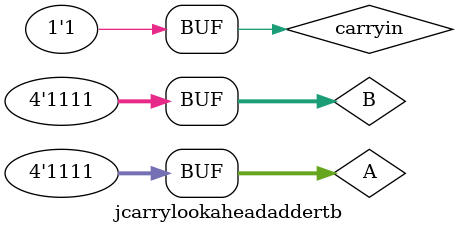
<source format=sv>
module jcarrylookaheadaddertb;
  wire [3:0]Y;
  wire carryout;
  reg [3:0]A,B;
  reg carryin;
  jcarrylookaheadadder jcla(Y,carryout,A,B,carryin);
  initial
  begin
    $display("RSLT\tA\tB\tCYIN\t\tCYOUT\tSUM");
    
    //A = 4'b0101; B = 4'b1101; carryin = 0; #50; // Set inputs and add delay
    A = 0; B = 0; carryin = 0; #50; // Set inputs and add delay
    A = 3; B = 2; carryin = 1; #50; // Set inputs and add delay
    A = 7; B = 10; carryin = 0; #50; // Set inputs and add delay
    A = 15; B = 15; carryin = 1; #50; // Set inputs and add delay
   
  end
  //Setting up the wave dump
  initial begin 
    $dumpfile("dump.vcd"); $dumpvars;
  end
endmodule
</source>
